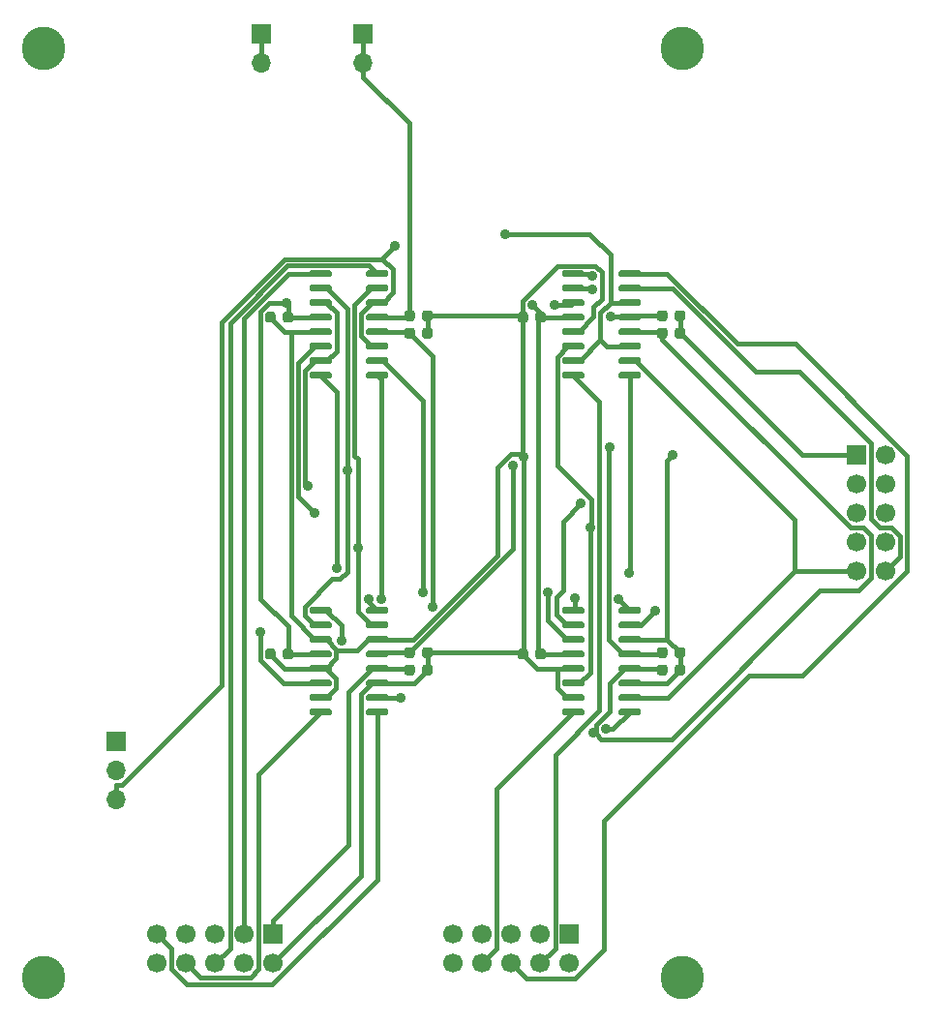
<source format=gtl>
%TF.GenerationSoftware,KiCad,Pcbnew,5.1.7-a382d34a8~87~ubuntu18.04.1*%
%TF.CreationDate,2021-05-06T09:45:45-07:00*%
%TF.ProjectId,multiplexer,6d756c74-6970-46c6-9578-65722e6b6963,rev?*%
%TF.SameCoordinates,Original*%
%TF.FileFunction,Copper,L1,Top*%
%TF.FilePolarity,Positive*%
%FSLAX46Y46*%
G04 Gerber Fmt 4.6, Leading zero omitted, Abs format (unit mm)*
G04 Created by KiCad (PCBNEW 5.1.7-a382d34a8~87~ubuntu18.04.1) date 2021-05-06 09:45:45*
%MOMM*%
%LPD*%
G01*
G04 APERTURE LIST*
%TA.AperFunction,ComponentPad*%
%ADD10C,3.810000*%
%TD*%
%TA.AperFunction,ComponentPad*%
%ADD11R,1.700000X1.700000*%
%TD*%
%TA.AperFunction,ComponentPad*%
%ADD12O,1.700000X1.700000*%
%TD*%
%TA.AperFunction,ComponentPad*%
%ADD13C,1.700000*%
%TD*%
%TA.AperFunction,ViaPad*%
%ADD14C,0.889000*%
%TD*%
%TA.AperFunction,Conductor*%
%ADD15C,0.381000*%
%TD*%
G04 APERTURE END LIST*
D10*
%TO.P,M1,*%
%TO.N,*%
X80010000Y-80010000D03*
%TD*%
%TO.P,M2,*%
%TO.N,*%
X135890000Y-80010000D03*
%TD*%
%TO.P,M3,*%
%TO.N,*%
X135890000Y-161290000D03*
%TD*%
%TO.P,4-40,*%
%TO.N,*%
X80010000Y-161290000D03*
%TD*%
%TO.P,C1,2*%
%TO.N,/-15V*%
%TA.AperFunction,SMDPad,CuDef*%
G36*
G01*
X100909000Y-103755000D02*
X100909000Y-103255000D01*
G75*
G02*
X101134000Y-103030000I225000J0D01*
G01*
X101584000Y-103030000D01*
G75*
G02*
X101809000Y-103255000I0J-225000D01*
G01*
X101809000Y-103755000D01*
G75*
G02*
X101584000Y-103980000I-225000J0D01*
G01*
X101134000Y-103980000D01*
G75*
G02*
X100909000Y-103755000I0J225000D01*
G01*
G37*
%TD.AperFunction*%
%TO.P,C1,1*%
%TO.N,/GND*%
%TA.AperFunction,SMDPad,CuDef*%
G36*
G01*
X99359000Y-103755000D02*
X99359000Y-103255000D01*
G75*
G02*
X99584000Y-103030000I225000J0D01*
G01*
X100034000Y-103030000D01*
G75*
G02*
X100259000Y-103255000I0J-225000D01*
G01*
X100259000Y-103755000D01*
G75*
G02*
X100034000Y-103980000I-225000J0D01*
G01*
X99584000Y-103980000D01*
G75*
G02*
X99359000Y-103755000I0J225000D01*
G01*
G37*
%TD.AperFunction*%
%TD*%
%TO.P,C2,2*%
%TO.N,/-15V*%
%TA.AperFunction,SMDPad,CuDef*%
G36*
G01*
X100909000Y-133219000D02*
X100909000Y-132719000D01*
G75*
G02*
X101134000Y-132494000I225000J0D01*
G01*
X101584000Y-132494000D01*
G75*
G02*
X101809000Y-132719000I0J-225000D01*
G01*
X101809000Y-133219000D01*
G75*
G02*
X101584000Y-133444000I-225000J0D01*
G01*
X101134000Y-133444000D01*
G75*
G02*
X100909000Y-133219000I0J225000D01*
G01*
G37*
%TD.AperFunction*%
%TO.P,C2,1*%
%TO.N,/GND*%
%TA.AperFunction,SMDPad,CuDef*%
G36*
G01*
X99359000Y-133219000D02*
X99359000Y-132719000D01*
G75*
G02*
X99584000Y-132494000I225000J0D01*
G01*
X100034000Y-132494000D01*
G75*
G02*
X100259000Y-132719000I0J-225000D01*
G01*
X100259000Y-133219000D01*
G75*
G02*
X100034000Y-133444000I-225000J0D01*
G01*
X99584000Y-133444000D01*
G75*
G02*
X99359000Y-133219000I0J225000D01*
G01*
G37*
%TD.AperFunction*%
%TD*%
%TO.P,C3,1*%
%TO.N,/+15V*%
%TA.AperFunction,SMDPad,CuDef*%
G36*
G01*
X111551000Y-103628000D02*
X111551000Y-103128000D01*
G75*
G02*
X111776000Y-102903000I225000J0D01*
G01*
X112226000Y-102903000D01*
G75*
G02*
X112451000Y-103128000I0J-225000D01*
G01*
X112451000Y-103628000D01*
G75*
G02*
X112226000Y-103853000I-225000J0D01*
G01*
X111776000Y-103853000D01*
G75*
G02*
X111551000Y-103628000I0J225000D01*
G01*
G37*
%TD.AperFunction*%
%TO.P,C3,2*%
%TO.N,/GND*%
%TA.AperFunction,SMDPad,CuDef*%
G36*
G01*
X113101000Y-103628000D02*
X113101000Y-103128000D01*
G75*
G02*
X113326000Y-102903000I225000J0D01*
G01*
X113776000Y-102903000D01*
G75*
G02*
X114001000Y-103128000I0J-225000D01*
G01*
X114001000Y-103628000D01*
G75*
G02*
X113776000Y-103853000I-225000J0D01*
G01*
X113326000Y-103853000D01*
G75*
G02*
X113101000Y-103628000I0J225000D01*
G01*
G37*
%TD.AperFunction*%
%TD*%
%TO.P,C4,1*%
%TO.N,/+15V*%
%TA.AperFunction,SMDPad,CuDef*%
G36*
G01*
X111551000Y-133092000D02*
X111551000Y-132592000D01*
G75*
G02*
X111776000Y-132367000I225000J0D01*
G01*
X112226000Y-132367000D01*
G75*
G02*
X112451000Y-132592000I0J-225000D01*
G01*
X112451000Y-133092000D01*
G75*
G02*
X112226000Y-133317000I-225000J0D01*
G01*
X111776000Y-133317000D01*
G75*
G02*
X111551000Y-133092000I0J225000D01*
G01*
G37*
%TD.AperFunction*%
%TO.P,C4,2*%
%TO.N,/GND*%
%TA.AperFunction,SMDPad,CuDef*%
G36*
G01*
X113101000Y-133092000D02*
X113101000Y-132592000D01*
G75*
G02*
X113326000Y-132367000I225000J0D01*
G01*
X113776000Y-132367000D01*
G75*
G02*
X114001000Y-132592000I0J-225000D01*
G01*
X114001000Y-133092000D01*
G75*
G02*
X113776000Y-133317000I-225000J0D01*
G01*
X113326000Y-133317000D01*
G75*
G02*
X113101000Y-133092000I0J225000D01*
G01*
G37*
%TD.AperFunction*%
%TD*%
%TO.P,C5,2*%
%TO.N,/-15V*%
%TA.AperFunction,SMDPad,CuDef*%
G36*
G01*
X123007000Y-103755000D02*
X123007000Y-103255000D01*
G75*
G02*
X123232000Y-103030000I225000J0D01*
G01*
X123682000Y-103030000D01*
G75*
G02*
X123907000Y-103255000I0J-225000D01*
G01*
X123907000Y-103755000D01*
G75*
G02*
X123682000Y-103980000I-225000J0D01*
G01*
X123232000Y-103980000D01*
G75*
G02*
X123007000Y-103755000I0J225000D01*
G01*
G37*
%TD.AperFunction*%
%TO.P,C5,1*%
%TO.N,/GND*%
%TA.AperFunction,SMDPad,CuDef*%
G36*
G01*
X121457000Y-103755000D02*
X121457000Y-103255000D01*
G75*
G02*
X121682000Y-103030000I225000J0D01*
G01*
X122132000Y-103030000D01*
G75*
G02*
X122357000Y-103255000I0J-225000D01*
G01*
X122357000Y-103755000D01*
G75*
G02*
X122132000Y-103980000I-225000J0D01*
G01*
X121682000Y-103980000D01*
G75*
G02*
X121457000Y-103755000I0J225000D01*
G01*
G37*
%TD.AperFunction*%
%TD*%
%TO.P,C6,1*%
%TO.N,/GND*%
%TA.AperFunction,SMDPad,CuDef*%
G36*
G01*
X121457000Y-133219000D02*
X121457000Y-132719000D01*
G75*
G02*
X121682000Y-132494000I225000J0D01*
G01*
X122132000Y-132494000D01*
G75*
G02*
X122357000Y-132719000I0J-225000D01*
G01*
X122357000Y-133219000D01*
G75*
G02*
X122132000Y-133444000I-225000J0D01*
G01*
X121682000Y-133444000D01*
G75*
G02*
X121457000Y-133219000I0J225000D01*
G01*
G37*
%TD.AperFunction*%
%TO.P,C6,2*%
%TO.N,/-15V*%
%TA.AperFunction,SMDPad,CuDef*%
G36*
G01*
X123007000Y-133219000D02*
X123007000Y-132719000D01*
G75*
G02*
X123232000Y-132494000I225000J0D01*
G01*
X123682000Y-132494000D01*
G75*
G02*
X123907000Y-132719000I0J-225000D01*
G01*
X123907000Y-133219000D01*
G75*
G02*
X123682000Y-133444000I-225000J0D01*
G01*
X123232000Y-133444000D01*
G75*
G02*
X123007000Y-133219000I0J225000D01*
G01*
G37*
%TD.AperFunction*%
%TD*%
%TO.P,C7,1*%
%TO.N,/+15V*%
%TA.AperFunction,SMDPad,CuDef*%
G36*
G01*
X133649000Y-103628000D02*
X133649000Y-103128000D01*
G75*
G02*
X133874000Y-102903000I225000J0D01*
G01*
X134324000Y-102903000D01*
G75*
G02*
X134549000Y-103128000I0J-225000D01*
G01*
X134549000Y-103628000D01*
G75*
G02*
X134324000Y-103853000I-225000J0D01*
G01*
X133874000Y-103853000D01*
G75*
G02*
X133649000Y-103628000I0J225000D01*
G01*
G37*
%TD.AperFunction*%
%TO.P,C7,2*%
%TO.N,/GND*%
%TA.AperFunction,SMDPad,CuDef*%
G36*
G01*
X135199000Y-103628000D02*
X135199000Y-103128000D01*
G75*
G02*
X135424000Y-102903000I225000J0D01*
G01*
X135874000Y-102903000D01*
G75*
G02*
X136099000Y-103128000I0J-225000D01*
G01*
X136099000Y-103628000D01*
G75*
G02*
X135874000Y-103853000I-225000J0D01*
G01*
X135424000Y-103853000D01*
G75*
G02*
X135199000Y-103628000I0J225000D01*
G01*
G37*
%TD.AperFunction*%
%TD*%
%TO.P,C8,2*%
%TO.N,/GND*%
%TA.AperFunction,SMDPad,CuDef*%
G36*
G01*
X135199000Y-133092000D02*
X135199000Y-132592000D01*
G75*
G02*
X135424000Y-132367000I225000J0D01*
G01*
X135874000Y-132367000D01*
G75*
G02*
X136099000Y-132592000I0J-225000D01*
G01*
X136099000Y-133092000D01*
G75*
G02*
X135874000Y-133317000I-225000J0D01*
G01*
X135424000Y-133317000D01*
G75*
G02*
X135199000Y-133092000I0J225000D01*
G01*
G37*
%TD.AperFunction*%
%TO.P,C8,1*%
%TO.N,/+15V*%
%TA.AperFunction,SMDPad,CuDef*%
G36*
G01*
X133649000Y-133092000D02*
X133649000Y-132592000D01*
G75*
G02*
X133874000Y-132367000I225000J0D01*
G01*
X134324000Y-132367000D01*
G75*
G02*
X134549000Y-132592000I0J-225000D01*
G01*
X134549000Y-133092000D01*
G75*
G02*
X134324000Y-133317000I-225000J0D01*
G01*
X133874000Y-133317000D01*
G75*
G02*
X133649000Y-133092000I0J225000D01*
G01*
G37*
%TD.AperFunction*%
%TD*%
%TO.P,C9,1*%
%TO.N,/3V3*%
%TA.AperFunction,SMDPad,CuDef*%
G36*
G01*
X111551000Y-105152000D02*
X111551000Y-104652000D01*
G75*
G02*
X111776000Y-104427000I225000J0D01*
G01*
X112226000Y-104427000D01*
G75*
G02*
X112451000Y-104652000I0J-225000D01*
G01*
X112451000Y-105152000D01*
G75*
G02*
X112226000Y-105377000I-225000J0D01*
G01*
X111776000Y-105377000D01*
G75*
G02*
X111551000Y-105152000I0J225000D01*
G01*
G37*
%TD.AperFunction*%
%TO.P,C9,2*%
%TO.N,/GND*%
%TA.AperFunction,SMDPad,CuDef*%
G36*
G01*
X113101000Y-105152000D02*
X113101000Y-104652000D01*
G75*
G02*
X113326000Y-104427000I225000J0D01*
G01*
X113776000Y-104427000D01*
G75*
G02*
X114001000Y-104652000I0J-225000D01*
G01*
X114001000Y-105152000D01*
G75*
G02*
X113776000Y-105377000I-225000J0D01*
G01*
X113326000Y-105377000D01*
G75*
G02*
X113101000Y-105152000I0J225000D01*
G01*
G37*
%TD.AperFunction*%
%TD*%
%TO.P,C10,2*%
%TO.N,/GND*%
%TA.AperFunction,SMDPad,CuDef*%
G36*
G01*
X113101000Y-134616000D02*
X113101000Y-134116000D01*
G75*
G02*
X113326000Y-133891000I225000J0D01*
G01*
X113776000Y-133891000D01*
G75*
G02*
X114001000Y-134116000I0J-225000D01*
G01*
X114001000Y-134616000D01*
G75*
G02*
X113776000Y-134841000I-225000J0D01*
G01*
X113326000Y-134841000D01*
G75*
G02*
X113101000Y-134616000I0J225000D01*
G01*
G37*
%TD.AperFunction*%
%TO.P,C10,1*%
%TO.N,/3V3*%
%TA.AperFunction,SMDPad,CuDef*%
G36*
G01*
X111551000Y-134616000D02*
X111551000Y-134116000D01*
G75*
G02*
X111776000Y-133891000I225000J0D01*
G01*
X112226000Y-133891000D01*
G75*
G02*
X112451000Y-134116000I0J-225000D01*
G01*
X112451000Y-134616000D01*
G75*
G02*
X112226000Y-134841000I-225000J0D01*
G01*
X111776000Y-134841000D01*
G75*
G02*
X111551000Y-134616000I0J225000D01*
G01*
G37*
%TD.AperFunction*%
%TD*%
%TO.P,C11,1*%
%TO.N,/3V3*%
%TA.AperFunction,SMDPad,CuDef*%
G36*
G01*
X133649000Y-105152000D02*
X133649000Y-104652000D01*
G75*
G02*
X133874000Y-104427000I225000J0D01*
G01*
X134324000Y-104427000D01*
G75*
G02*
X134549000Y-104652000I0J-225000D01*
G01*
X134549000Y-105152000D01*
G75*
G02*
X134324000Y-105377000I-225000J0D01*
G01*
X133874000Y-105377000D01*
G75*
G02*
X133649000Y-105152000I0J225000D01*
G01*
G37*
%TD.AperFunction*%
%TO.P,C11,2*%
%TO.N,/GND*%
%TA.AperFunction,SMDPad,CuDef*%
G36*
G01*
X135199000Y-105152000D02*
X135199000Y-104652000D01*
G75*
G02*
X135424000Y-104427000I225000J0D01*
G01*
X135874000Y-104427000D01*
G75*
G02*
X136099000Y-104652000I0J-225000D01*
G01*
X136099000Y-105152000D01*
G75*
G02*
X135874000Y-105377000I-225000J0D01*
G01*
X135424000Y-105377000D01*
G75*
G02*
X135199000Y-105152000I0J225000D01*
G01*
G37*
%TD.AperFunction*%
%TD*%
%TO.P,C12,2*%
%TO.N,/GND*%
%TA.AperFunction,SMDPad,CuDef*%
G36*
G01*
X135199000Y-134616000D02*
X135199000Y-134116000D01*
G75*
G02*
X135424000Y-133891000I225000J0D01*
G01*
X135874000Y-133891000D01*
G75*
G02*
X136099000Y-134116000I0J-225000D01*
G01*
X136099000Y-134616000D01*
G75*
G02*
X135874000Y-134841000I-225000J0D01*
G01*
X135424000Y-134841000D01*
G75*
G02*
X135199000Y-134616000I0J225000D01*
G01*
G37*
%TD.AperFunction*%
%TO.P,C12,1*%
%TO.N,/3V3*%
%TA.AperFunction,SMDPad,CuDef*%
G36*
G01*
X133649000Y-134616000D02*
X133649000Y-134116000D01*
G75*
G02*
X133874000Y-133891000I225000J0D01*
G01*
X134324000Y-133891000D01*
G75*
G02*
X134549000Y-134116000I0J-225000D01*
G01*
X134549000Y-134616000D01*
G75*
G02*
X134324000Y-134841000I-225000J0D01*
G01*
X133874000Y-134841000D01*
G75*
G02*
X133649000Y-134616000I0J225000D01*
G01*
G37*
%TD.AperFunction*%
%TD*%
D11*
%TO.P,K1,1*%
%TO.N,/CTR*%
X86309200Y-140589000D03*
D12*
%TO.P,K1,2*%
%TO.N,/REF*%
X86309200Y-143129000D03*
%TO.P,K1,3*%
%TO.N,/WRK*%
X86309200Y-145669000D03*
%TD*%
D13*
%TO.P,P1,10*%
%TO.N,/D31*%
X89916000Y-160020000D03*
%TO.P,P1,9*%
%TO.N,/D30*%
X89916000Y-157480000D03*
%TO.P,P1,8*%
%TO.N,/D29*%
X92456000Y-160020000D03*
%TO.P,P1,7*%
%TO.N,/D28*%
X92456000Y-157480000D03*
%TO.P,P1,6*%
%TO.N,/D27*%
X94996000Y-160020000D03*
%TO.P,P1,5*%
%TO.N,/D26*%
X94996000Y-157480000D03*
%TO.P,P1,4*%
%TO.N,/D25*%
X97536000Y-160020000D03*
%TO.P,P1,3*%
%TO.N,/D24*%
X97536000Y-157480000D03*
%TO.P,P1,2*%
%TO.N,/GND*%
X100076000Y-160020000D03*
D11*
%TO.P,P1,1*%
%TO.N,/3V3*%
X100076000Y-157480000D03*
%TD*%
%TO.P,P2,1*%
%TO.N,Net-(P2-Pad1)*%
X125984000Y-157480000D03*
D13*
%TO.P,P2,2*%
%TO.N,Net-(P2-Pad2)*%
X125984000Y-160020000D03*
%TO.P,P2,3*%
%TO.N,/D3*%
X123444000Y-157480000D03*
%TO.P,P2,4*%
%TO.N,/D4*%
X123444000Y-160020000D03*
%TO.P,P2,5*%
%TO.N,/D19*%
X120904000Y-157480000D03*
%TO.P,P2,6*%
%TO.N,/D18*%
X120904000Y-160020000D03*
%TO.P,P2,7*%
%TO.N,/D12*%
X118364000Y-157480000D03*
%TO.P,P2,8*%
%TO.N,/D11*%
X118364000Y-160020000D03*
%TO.P,P2,9*%
%TO.N,/D13*%
X115824000Y-157480000D03*
%TO.P,P2,10*%
%TO.N,/D10*%
X115824000Y-160020000D03*
%TD*%
D11*
%TO.P,P3,1*%
%TO.N,/+15V*%
X107950000Y-78740000D03*
D12*
%TO.P,P3,2*%
X107950000Y-81280000D03*
%TD*%
%TO.P,P4,2*%
%TO.N,/-15V*%
X99060000Y-81280000D03*
D11*
%TO.P,P4,1*%
X99060000Y-78740000D03*
%TD*%
%TO.P,P5,1*%
%TO.N,/GND*%
X151130000Y-115570000D03*
D13*
%TO.P,P5,2*%
%TO.N,/CTR_SW*%
X153670000Y-115570000D03*
%TO.P,P5,3*%
%TO.N,/REF_SW*%
X151130000Y-118110000D03*
%TO.P,P5,4*%
%TO.N,/WRK_1*%
X153670000Y-118110000D03*
%TO.P,P5,5*%
%TO.N,/WRK_2*%
X151130000Y-120650000D03*
%TO.P,P5,6*%
%TO.N,/WRK_3*%
X153670000Y-120650000D03*
%TO.P,P5,7*%
%TO.N,/WRK_4*%
X151130000Y-123190000D03*
%TO.P,P5,8*%
%TO.N,/WRK_5*%
X153670000Y-123190000D03*
%TO.P,P5,9*%
%TO.N,/WRK_6*%
X151130000Y-125730000D03*
%TO.P,P5,10*%
%TO.N,/WRK_7*%
X153670000Y-125730000D03*
%TD*%
%TO.P,U1,16*%
%TO.N,/D27*%
%TA.AperFunction,SMDPad,CuDef*%
G36*
G01*
X108180000Y-99845000D02*
X108180000Y-99545000D01*
G75*
G02*
X108330000Y-99395000I150000J0D01*
G01*
X109980000Y-99395000D01*
G75*
G02*
X110130000Y-99545000I0J-150000D01*
G01*
X110130000Y-99845000D01*
G75*
G02*
X109980000Y-99995000I-150000J0D01*
G01*
X108330000Y-99995000D01*
G75*
G02*
X108180000Y-99845000I0J150000D01*
G01*
G37*
%TD.AperFunction*%
%TO.P,U1,15*%
%TO.N,/WRK_4*%
%TA.AperFunction,SMDPad,CuDef*%
G36*
G01*
X108180000Y-101115000D02*
X108180000Y-100815000D01*
G75*
G02*
X108330000Y-100665000I150000J0D01*
G01*
X109980000Y-100665000D01*
G75*
G02*
X110130000Y-100815000I0J-150000D01*
G01*
X110130000Y-101115000D01*
G75*
G02*
X109980000Y-101265000I-150000J0D01*
G01*
X108330000Y-101265000D01*
G75*
G02*
X108180000Y-101115000I0J150000D01*
G01*
G37*
%TD.AperFunction*%
%TO.P,U1,14*%
%TO.N,/WRK*%
%TA.AperFunction,SMDPad,CuDef*%
G36*
G01*
X108180000Y-102385000D02*
X108180000Y-102085000D01*
G75*
G02*
X108330000Y-101935000I150000J0D01*
G01*
X109980000Y-101935000D01*
G75*
G02*
X110130000Y-102085000I0J-150000D01*
G01*
X110130000Y-102385000D01*
G75*
G02*
X109980000Y-102535000I-150000J0D01*
G01*
X108330000Y-102535000D01*
G75*
G02*
X108180000Y-102385000I0J150000D01*
G01*
G37*
%TD.AperFunction*%
%TO.P,U1,13*%
%TO.N,/+15V*%
%TA.AperFunction,SMDPad,CuDef*%
G36*
G01*
X108180000Y-103655000D02*
X108180000Y-103355000D01*
G75*
G02*
X108330000Y-103205000I150000J0D01*
G01*
X109980000Y-103205000D01*
G75*
G02*
X110130000Y-103355000I0J-150000D01*
G01*
X110130000Y-103655000D01*
G75*
G02*
X109980000Y-103805000I-150000J0D01*
G01*
X108330000Y-103805000D01*
G75*
G02*
X108180000Y-103655000I0J150000D01*
G01*
G37*
%TD.AperFunction*%
%TO.P,U1,12*%
%TO.N,/3V3*%
%TA.AperFunction,SMDPad,CuDef*%
G36*
G01*
X108180000Y-104925000D02*
X108180000Y-104625000D01*
G75*
G02*
X108330000Y-104475000I150000J0D01*
G01*
X109980000Y-104475000D01*
G75*
G02*
X110130000Y-104625000I0J-150000D01*
G01*
X110130000Y-104925000D01*
G75*
G02*
X109980000Y-105075000I-150000J0D01*
G01*
X108330000Y-105075000D01*
G75*
G02*
X108180000Y-104925000I0J150000D01*
G01*
G37*
%TD.AperFunction*%
%TO.P,U1,11*%
%TO.N,/WRK*%
%TA.AperFunction,SMDPad,CuDef*%
G36*
G01*
X108180000Y-106195000D02*
X108180000Y-105895000D01*
G75*
G02*
X108330000Y-105745000I150000J0D01*
G01*
X109980000Y-105745000D01*
G75*
G02*
X110130000Y-105895000I0J-150000D01*
G01*
X110130000Y-106195000D01*
G75*
G02*
X109980000Y-106345000I-150000J0D01*
G01*
X108330000Y-106345000D01*
G75*
G02*
X108180000Y-106195000I0J150000D01*
G01*
G37*
%TD.AperFunction*%
%TO.P,U1,10*%
%TO.N,/WRK_3*%
%TA.AperFunction,SMDPad,CuDef*%
G36*
G01*
X108180000Y-107465000D02*
X108180000Y-107165000D01*
G75*
G02*
X108330000Y-107015000I150000J0D01*
G01*
X109980000Y-107015000D01*
G75*
G02*
X110130000Y-107165000I0J-150000D01*
G01*
X110130000Y-107465000D01*
G75*
G02*
X109980000Y-107615000I-150000J0D01*
G01*
X108330000Y-107615000D01*
G75*
G02*
X108180000Y-107465000I0J150000D01*
G01*
G37*
%TD.AperFunction*%
%TO.P,U1,9*%
%TO.N,/D26*%
%TA.AperFunction,SMDPad,CuDef*%
G36*
G01*
X108180000Y-108735000D02*
X108180000Y-108435000D01*
G75*
G02*
X108330000Y-108285000I150000J0D01*
G01*
X109980000Y-108285000D01*
G75*
G02*
X110130000Y-108435000I0J-150000D01*
G01*
X110130000Y-108735000D01*
G75*
G02*
X109980000Y-108885000I-150000J0D01*
G01*
X108330000Y-108885000D01*
G75*
G02*
X108180000Y-108735000I0J150000D01*
G01*
G37*
%TD.AperFunction*%
%TO.P,U1,8*%
%TO.N,/D25*%
%TA.AperFunction,SMDPad,CuDef*%
G36*
G01*
X103230000Y-108735000D02*
X103230000Y-108435000D01*
G75*
G02*
X103380000Y-108285000I150000J0D01*
G01*
X105030000Y-108285000D01*
G75*
G02*
X105180000Y-108435000I0J-150000D01*
G01*
X105180000Y-108735000D01*
G75*
G02*
X105030000Y-108885000I-150000J0D01*
G01*
X103380000Y-108885000D01*
G75*
G02*
X103230000Y-108735000I0J150000D01*
G01*
G37*
%TD.AperFunction*%
%TO.P,U1,7*%
%TO.N,/WRK*%
%TA.AperFunction,SMDPad,CuDef*%
G36*
G01*
X103230000Y-107465000D02*
X103230000Y-107165000D01*
G75*
G02*
X103380000Y-107015000I150000J0D01*
G01*
X105030000Y-107015000D01*
G75*
G02*
X105180000Y-107165000I0J-150000D01*
G01*
X105180000Y-107465000D01*
G75*
G02*
X105030000Y-107615000I-150000J0D01*
G01*
X103380000Y-107615000D01*
G75*
G02*
X103230000Y-107465000I0J150000D01*
G01*
G37*
%TD.AperFunction*%
%TO.P,U1,6*%
%TO.N,/WRK_2*%
%TA.AperFunction,SMDPad,CuDef*%
G36*
G01*
X103230000Y-106195000D02*
X103230000Y-105895000D01*
G75*
G02*
X103380000Y-105745000I150000J0D01*
G01*
X105030000Y-105745000D01*
G75*
G02*
X105180000Y-105895000I0J-150000D01*
G01*
X105180000Y-106195000D01*
G75*
G02*
X105030000Y-106345000I-150000J0D01*
G01*
X103380000Y-106345000D01*
G75*
G02*
X103230000Y-106195000I0J150000D01*
G01*
G37*
%TD.AperFunction*%
%TO.P,U1,5*%
%TO.N,/GND*%
%TA.AperFunction,SMDPad,CuDef*%
G36*
G01*
X103230000Y-104925000D02*
X103230000Y-104625000D01*
G75*
G02*
X103380000Y-104475000I150000J0D01*
G01*
X105030000Y-104475000D01*
G75*
G02*
X105180000Y-104625000I0J-150000D01*
G01*
X105180000Y-104925000D01*
G75*
G02*
X105030000Y-105075000I-150000J0D01*
G01*
X103380000Y-105075000D01*
G75*
G02*
X103230000Y-104925000I0J150000D01*
G01*
G37*
%TD.AperFunction*%
%TO.P,U1,4*%
%TO.N,/-15V*%
%TA.AperFunction,SMDPad,CuDef*%
G36*
G01*
X103230000Y-103655000D02*
X103230000Y-103355000D01*
G75*
G02*
X103380000Y-103205000I150000J0D01*
G01*
X105030000Y-103205000D01*
G75*
G02*
X105180000Y-103355000I0J-150000D01*
G01*
X105180000Y-103655000D01*
G75*
G02*
X105030000Y-103805000I-150000J0D01*
G01*
X103380000Y-103805000D01*
G75*
G02*
X103230000Y-103655000I0J150000D01*
G01*
G37*
%TD.AperFunction*%
%TO.P,U1,3*%
%TO.N,/WRK*%
%TA.AperFunction,SMDPad,CuDef*%
G36*
G01*
X103230000Y-102385000D02*
X103230000Y-102085000D01*
G75*
G02*
X103380000Y-101935000I150000J0D01*
G01*
X105030000Y-101935000D01*
G75*
G02*
X105180000Y-102085000I0J-150000D01*
G01*
X105180000Y-102385000D01*
G75*
G02*
X105030000Y-102535000I-150000J0D01*
G01*
X103380000Y-102535000D01*
G75*
G02*
X103230000Y-102385000I0J150000D01*
G01*
G37*
%TD.AperFunction*%
%TO.P,U1,2*%
%TO.N,/WRK_1*%
%TA.AperFunction,SMDPad,CuDef*%
G36*
G01*
X103230000Y-101115000D02*
X103230000Y-100815000D01*
G75*
G02*
X103380000Y-100665000I150000J0D01*
G01*
X105030000Y-100665000D01*
G75*
G02*
X105180000Y-100815000I0J-150000D01*
G01*
X105180000Y-101115000D01*
G75*
G02*
X105030000Y-101265000I-150000J0D01*
G01*
X103380000Y-101265000D01*
G75*
G02*
X103230000Y-101115000I0J150000D01*
G01*
G37*
%TD.AperFunction*%
%TO.P,U1,1*%
%TO.N,/D24*%
%TA.AperFunction,SMDPad,CuDef*%
G36*
G01*
X103230000Y-99845000D02*
X103230000Y-99545000D01*
G75*
G02*
X103380000Y-99395000I150000J0D01*
G01*
X105030000Y-99395000D01*
G75*
G02*
X105180000Y-99545000I0J-150000D01*
G01*
X105180000Y-99845000D01*
G75*
G02*
X105030000Y-99995000I-150000J0D01*
G01*
X103380000Y-99995000D01*
G75*
G02*
X103230000Y-99845000I0J150000D01*
G01*
G37*
%TD.AperFunction*%
%TD*%
%TO.P,U2,16*%
%TO.N,/D31*%
%TA.AperFunction,SMDPad,CuDef*%
G36*
G01*
X108180000Y-129309000D02*
X108180000Y-129009000D01*
G75*
G02*
X108330000Y-128859000I150000J0D01*
G01*
X109980000Y-128859000D01*
G75*
G02*
X110130000Y-129009000I0J-150000D01*
G01*
X110130000Y-129309000D01*
G75*
G02*
X109980000Y-129459000I-150000J0D01*
G01*
X108330000Y-129459000D01*
G75*
G02*
X108180000Y-129309000I0J150000D01*
G01*
G37*
%TD.AperFunction*%
%TO.P,U2,15*%
%TO.N,/WRK_4*%
%TA.AperFunction,SMDPad,CuDef*%
G36*
G01*
X108180000Y-130579000D02*
X108180000Y-130279000D01*
G75*
G02*
X108330000Y-130129000I150000J0D01*
G01*
X109980000Y-130129000D01*
G75*
G02*
X110130000Y-130279000I0J-150000D01*
G01*
X110130000Y-130579000D01*
G75*
G02*
X109980000Y-130729000I-150000J0D01*
G01*
X108330000Y-130729000D01*
G75*
G02*
X108180000Y-130579000I0J150000D01*
G01*
G37*
%TD.AperFunction*%
%TO.P,U2,14*%
%TO.N,/GND*%
%TA.AperFunction,SMDPad,CuDef*%
G36*
G01*
X108180000Y-131849000D02*
X108180000Y-131549000D01*
G75*
G02*
X108330000Y-131399000I150000J0D01*
G01*
X109980000Y-131399000D01*
G75*
G02*
X110130000Y-131549000I0J-150000D01*
G01*
X110130000Y-131849000D01*
G75*
G02*
X109980000Y-131999000I-150000J0D01*
G01*
X108330000Y-131999000D01*
G75*
G02*
X108180000Y-131849000I0J150000D01*
G01*
G37*
%TD.AperFunction*%
%TO.P,U2,13*%
%TO.N,/+15V*%
%TA.AperFunction,SMDPad,CuDef*%
G36*
G01*
X108180000Y-133119000D02*
X108180000Y-132819000D01*
G75*
G02*
X108330000Y-132669000I150000J0D01*
G01*
X109980000Y-132669000D01*
G75*
G02*
X110130000Y-132819000I0J-150000D01*
G01*
X110130000Y-133119000D01*
G75*
G02*
X109980000Y-133269000I-150000J0D01*
G01*
X108330000Y-133269000D01*
G75*
G02*
X108180000Y-133119000I0J150000D01*
G01*
G37*
%TD.AperFunction*%
%TO.P,U2,12*%
%TO.N,/3V3*%
%TA.AperFunction,SMDPad,CuDef*%
G36*
G01*
X108180000Y-134389000D02*
X108180000Y-134089000D01*
G75*
G02*
X108330000Y-133939000I150000J0D01*
G01*
X109980000Y-133939000D01*
G75*
G02*
X110130000Y-134089000I0J-150000D01*
G01*
X110130000Y-134389000D01*
G75*
G02*
X109980000Y-134539000I-150000J0D01*
G01*
X108330000Y-134539000D01*
G75*
G02*
X108180000Y-134389000I0J150000D01*
G01*
G37*
%TD.AperFunction*%
%TO.P,U2,11*%
%TO.N,/GND*%
%TA.AperFunction,SMDPad,CuDef*%
G36*
G01*
X108180000Y-135659000D02*
X108180000Y-135359000D01*
G75*
G02*
X108330000Y-135209000I150000J0D01*
G01*
X109980000Y-135209000D01*
G75*
G02*
X110130000Y-135359000I0J-150000D01*
G01*
X110130000Y-135659000D01*
G75*
G02*
X109980000Y-135809000I-150000J0D01*
G01*
X108330000Y-135809000D01*
G75*
G02*
X108180000Y-135659000I0J150000D01*
G01*
G37*
%TD.AperFunction*%
%TO.P,U2,10*%
%TO.N,/WRK_3*%
%TA.AperFunction,SMDPad,CuDef*%
G36*
G01*
X108180000Y-136929000D02*
X108180000Y-136629000D01*
G75*
G02*
X108330000Y-136479000I150000J0D01*
G01*
X109980000Y-136479000D01*
G75*
G02*
X110130000Y-136629000I0J-150000D01*
G01*
X110130000Y-136929000D01*
G75*
G02*
X109980000Y-137079000I-150000J0D01*
G01*
X108330000Y-137079000D01*
G75*
G02*
X108180000Y-136929000I0J150000D01*
G01*
G37*
%TD.AperFunction*%
%TO.P,U2,9*%
%TO.N,/D30*%
%TA.AperFunction,SMDPad,CuDef*%
G36*
G01*
X108180000Y-138199000D02*
X108180000Y-137899000D01*
G75*
G02*
X108330000Y-137749000I150000J0D01*
G01*
X109980000Y-137749000D01*
G75*
G02*
X110130000Y-137899000I0J-150000D01*
G01*
X110130000Y-138199000D01*
G75*
G02*
X109980000Y-138349000I-150000J0D01*
G01*
X108330000Y-138349000D01*
G75*
G02*
X108180000Y-138199000I0J150000D01*
G01*
G37*
%TD.AperFunction*%
%TO.P,U2,8*%
%TO.N,/D29*%
%TA.AperFunction,SMDPad,CuDef*%
G36*
G01*
X103230000Y-138199000D02*
X103230000Y-137899000D01*
G75*
G02*
X103380000Y-137749000I150000J0D01*
G01*
X105030000Y-137749000D01*
G75*
G02*
X105180000Y-137899000I0J-150000D01*
G01*
X105180000Y-138199000D01*
G75*
G02*
X105030000Y-138349000I-150000J0D01*
G01*
X103380000Y-138349000D01*
G75*
G02*
X103230000Y-138199000I0J150000D01*
G01*
G37*
%TD.AperFunction*%
%TO.P,U2,7*%
%TO.N,/GND*%
%TA.AperFunction,SMDPad,CuDef*%
G36*
G01*
X103230000Y-136929000D02*
X103230000Y-136629000D01*
G75*
G02*
X103380000Y-136479000I150000J0D01*
G01*
X105030000Y-136479000D01*
G75*
G02*
X105180000Y-136629000I0J-150000D01*
G01*
X105180000Y-136929000D01*
G75*
G02*
X105030000Y-137079000I-150000J0D01*
G01*
X103380000Y-137079000D01*
G75*
G02*
X103230000Y-136929000I0J150000D01*
G01*
G37*
%TD.AperFunction*%
%TO.P,U2,6*%
%TO.N,/WRK_2*%
%TA.AperFunction,SMDPad,CuDef*%
G36*
G01*
X103230000Y-135659000D02*
X103230000Y-135359000D01*
G75*
G02*
X103380000Y-135209000I150000J0D01*
G01*
X105030000Y-135209000D01*
G75*
G02*
X105180000Y-135359000I0J-150000D01*
G01*
X105180000Y-135659000D01*
G75*
G02*
X105030000Y-135809000I-150000J0D01*
G01*
X103380000Y-135809000D01*
G75*
G02*
X103230000Y-135659000I0J150000D01*
G01*
G37*
%TD.AperFunction*%
%TO.P,U2,5*%
%TO.N,/GND*%
%TA.AperFunction,SMDPad,CuDef*%
G36*
G01*
X103230000Y-134389000D02*
X103230000Y-134089000D01*
G75*
G02*
X103380000Y-133939000I150000J0D01*
G01*
X105030000Y-133939000D01*
G75*
G02*
X105180000Y-134089000I0J-150000D01*
G01*
X105180000Y-134389000D01*
G75*
G02*
X105030000Y-134539000I-150000J0D01*
G01*
X103380000Y-134539000D01*
G75*
G02*
X103230000Y-134389000I0J150000D01*
G01*
G37*
%TD.AperFunction*%
%TO.P,U2,4*%
%TO.N,/-15V*%
%TA.AperFunction,SMDPad,CuDef*%
G36*
G01*
X103230000Y-133119000D02*
X103230000Y-132819000D01*
G75*
G02*
X103380000Y-132669000I150000J0D01*
G01*
X105030000Y-132669000D01*
G75*
G02*
X105180000Y-132819000I0J-150000D01*
G01*
X105180000Y-133119000D01*
G75*
G02*
X105030000Y-133269000I-150000J0D01*
G01*
X103380000Y-133269000D01*
G75*
G02*
X103230000Y-133119000I0J150000D01*
G01*
G37*
%TD.AperFunction*%
%TO.P,U2,3*%
%TO.N,/GND*%
%TA.AperFunction,SMDPad,CuDef*%
G36*
G01*
X103230000Y-131849000D02*
X103230000Y-131549000D01*
G75*
G02*
X103380000Y-131399000I150000J0D01*
G01*
X105030000Y-131399000D01*
G75*
G02*
X105180000Y-131549000I0J-150000D01*
G01*
X105180000Y-131849000D01*
G75*
G02*
X105030000Y-131999000I-150000J0D01*
G01*
X103380000Y-131999000D01*
G75*
G02*
X103230000Y-131849000I0J150000D01*
G01*
G37*
%TD.AperFunction*%
%TO.P,U2,2*%
%TO.N,/WRK_1*%
%TA.AperFunction,SMDPad,CuDef*%
G36*
G01*
X103230000Y-130579000D02*
X103230000Y-130279000D01*
G75*
G02*
X103380000Y-130129000I150000J0D01*
G01*
X105030000Y-130129000D01*
G75*
G02*
X105180000Y-130279000I0J-150000D01*
G01*
X105180000Y-130579000D01*
G75*
G02*
X105030000Y-130729000I-150000J0D01*
G01*
X103380000Y-130729000D01*
G75*
G02*
X103230000Y-130579000I0J150000D01*
G01*
G37*
%TD.AperFunction*%
%TO.P,U2,1*%
%TO.N,/D28*%
%TA.AperFunction,SMDPad,CuDef*%
G36*
G01*
X103230000Y-129309000D02*
X103230000Y-129009000D01*
G75*
G02*
X103380000Y-128859000I150000J0D01*
G01*
X105030000Y-128859000D01*
G75*
G02*
X105180000Y-129009000I0J-150000D01*
G01*
X105180000Y-129309000D01*
G75*
G02*
X105030000Y-129459000I-150000J0D01*
G01*
X103380000Y-129459000D01*
G75*
G02*
X103230000Y-129309000I0J150000D01*
G01*
G37*
%TD.AperFunction*%
%TD*%
%TO.P,U3,1*%
%TO.N,/D3*%
%TA.AperFunction,SMDPad,CuDef*%
G36*
G01*
X125328000Y-99845000D02*
X125328000Y-99545000D01*
G75*
G02*
X125478000Y-99395000I150000J0D01*
G01*
X127128000Y-99395000D01*
G75*
G02*
X127278000Y-99545000I0J-150000D01*
G01*
X127278000Y-99845000D01*
G75*
G02*
X127128000Y-99995000I-150000J0D01*
G01*
X125478000Y-99995000D01*
G75*
G02*
X125328000Y-99845000I0J150000D01*
G01*
G37*
%TD.AperFunction*%
%TO.P,U3,2*%
%TO.N,/CTR_SW*%
%TA.AperFunction,SMDPad,CuDef*%
G36*
G01*
X125328000Y-101115000D02*
X125328000Y-100815000D01*
G75*
G02*
X125478000Y-100665000I150000J0D01*
G01*
X127128000Y-100665000D01*
G75*
G02*
X127278000Y-100815000I0J-150000D01*
G01*
X127278000Y-101115000D01*
G75*
G02*
X127128000Y-101265000I-150000J0D01*
G01*
X125478000Y-101265000D01*
G75*
G02*
X125328000Y-101115000I0J150000D01*
G01*
G37*
%TD.AperFunction*%
%TO.P,U3,3*%
%TO.N,/CTR*%
%TA.AperFunction,SMDPad,CuDef*%
G36*
G01*
X125328000Y-102385000D02*
X125328000Y-102085000D01*
G75*
G02*
X125478000Y-101935000I150000J0D01*
G01*
X127128000Y-101935000D01*
G75*
G02*
X127278000Y-102085000I0J-150000D01*
G01*
X127278000Y-102385000D01*
G75*
G02*
X127128000Y-102535000I-150000J0D01*
G01*
X125478000Y-102535000D01*
G75*
G02*
X125328000Y-102385000I0J150000D01*
G01*
G37*
%TD.AperFunction*%
%TO.P,U3,4*%
%TO.N,/-15V*%
%TA.AperFunction,SMDPad,CuDef*%
G36*
G01*
X125328000Y-103655000D02*
X125328000Y-103355000D01*
G75*
G02*
X125478000Y-103205000I150000J0D01*
G01*
X127128000Y-103205000D01*
G75*
G02*
X127278000Y-103355000I0J-150000D01*
G01*
X127278000Y-103655000D01*
G75*
G02*
X127128000Y-103805000I-150000J0D01*
G01*
X125478000Y-103805000D01*
G75*
G02*
X125328000Y-103655000I0J150000D01*
G01*
G37*
%TD.AperFunction*%
%TO.P,U3,5*%
%TO.N,/GND*%
%TA.AperFunction,SMDPad,CuDef*%
G36*
G01*
X125328000Y-104925000D02*
X125328000Y-104625000D01*
G75*
G02*
X125478000Y-104475000I150000J0D01*
G01*
X127128000Y-104475000D01*
G75*
G02*
X127278000Y-104625000I0J-150000D01*
G01*
X127278000Y-104925000D01*
G75*
G02*
X127128000Y-105075000I-150000J0D01*
G01*
X125478000Y-105075000D01*
G75*
G02*
X125328000Y-104925000I0J150000D01*
G01*
G37*
%TD.AperFunction*%
%TO.P,U3,6*%
%TO.N,/WRK_5*%
%TA.AperFunction,SMDPad,CuDef*%
G36*
G01*
X125328000Y-106195000D02*
X125328000Y-105895000D01*
G75*
G02*
X125478000Y-105745000I150000J0D01*
G01*
X127128000Y-105745000D01*
G75*
G02*
X127278000Y-105895000I0J-150000D01*
G01*
X127278000Y-106195000D01*
G75*
G02*
X127128000Y-106345000I-150000J0D01*
G01*
X125478000Y-106345000D01*
G75*
G02*
X125328000Y-106195000I0J150000D01*
G01*
G37*
%TD.AperFunction*%
%TO.P,U3,7*%
%TO.N,/WRK*%
%TA.AperFunction,SMDPad,CuDef*%
G36*
G01*
X125328000Y-107465000D02*
X125328000Y-107165000D01*
G75*
G02*
X125478000Y-107015000I150000J0D01*
G01*
X127128000Y-107015000D01*
G75*
G02*
X127278000Y-107165000I0J-150000D01*
G01*
X127278000Y-107465000D01*
G75*
G02*
X127128000Y-107615000I-150000J0D01*
G01*
X125478000Y-107615000D01*
G75*
G02*
X125328000Y-107465000I0J150000D01*
G01*
G37*
%TD.AperFunction*%
%TO.P,U3,8*%
%TO.N,/D4*%
%TA.AperFunction,SMDPad,CuDef*%
G36*
G01*
X125328000Y-108735000D02*
X125328000Y-108435000D01*
G75*
G02*
X125478000Y-108285000I150000J0D01*
G01*
X127128000Y-108285000D01*
G75*
G02*
X127278000Y-108435000I0J-150000D01*
G01*
X127278000Y-108735000D01*
G75*
G02*
X127128000Y-108885000I-150000J0D01*
G01*
X125478000Y-108885000D01*
G75*
G02*
X125328000Y-108735000I0J150000D01*
G01*
G37*
%TD.AperFunction*%
%TO.P,U3,9*%
%TO.N,/D19*%
%TA.AperFunction,SMDPad,CuDef*%
G36*
G01*
X130278000Y-108735000D02*
X130278000Y-108435000D01*
G75*
G02*
X130428000Y-108285000I150000J0D01*
G01*
X132078000Y-108285000D01*
G75*
G02*
X132228000Y-108435000I0J-150000D01*
G01*
X132228000Y-108735000D01*
G75*
G02*
X132078000Y-108885000I-150000J0D01*
G01*
X130428000Y-108885000D01*
G75*
G02*
X130278000Y-108735000I0J150000D01*
G01*
G37*
%TD.AperFunction*%
%TO.P,U3,10*%
%TO.N,/WRK_6*%
%TA.AperFunction,SMDPad,CuDef*%
G36*
G01*
X130278000Y-107465000D02*
X130278000Y-107165000D01*
G75*
G02*
X130428000Y-107015000I150000J0D01*
G01*
X132078000Y-107015000D01*
G75*
G02*
X132228000Y-107165000I0J-150000D01*
G01*
X132228000Y-107465000D01*
G75*
G02*
X132078000Y-107615000I-150000J0D01*
G01*
X130428000Y-107615000D01*
G75*
G02*
X130278000Y-107465000I0J150000D01*
G01*
G37*
%TD.AperFunction*%
%TO.P,U3,11*%
%TO.N,/WRK*%
%TA.AperFunction,SMDPad,CuDef*%
G36*
G01*
X130278000Y-106195000D02*
X130278000Y-105895000D01*
G75*
G02*
X130428000Y-105745000I150000J0D01*
G01*
X132078000Y-105745000D01*
G75*
G02*
X132228000Y-105895000I0J-150000D01*
G01*
X132228000Y-106195000D01*
G75*
G02*
X132078000Y-106345000I-150000J0D01*
G01*
X130428000Y-106345000D01*
G75*
G02*
X130278000Y-106195000I0J150000D01*
G01*
G37*
%TD.AperFunction*%
%TO.P,U3,12*%
%TO.N,/3V3*%
%TA.AperFunction,SMDPad,CuDef*%
G36*
G01*
X130278000Y-104925000D02*
X130278000Y-104625000D01*
G75*
G02*
X130428000Y-104475000I150000J0D01*
G01*
X132078000Y-104475000D01*
G75*
G02*
X132228000Y-104625000I0J-150000D01*
G01*
X132228000Y-104925000D01*
G75*
G02*
X132078000Y-105075000I-150000J0D01*
G01*
X130428000Y-105075000D01*
G75*
G02*
X130278000Y-104925000I0J150000D01*
G01*
G37*
%TD.AperFunction*%
%TO.P,U3,13*%
%TO.N,/+15V*%
%TA.AperFunction,SMDPad,CuDef*%
G36*
G01*
X130278000Y-103655000D02*
X130278000Y-103355000D01*
G75*
G02*
X130428000Y-103205000I150000J0D01*
G01*
X132078000Y-103205000D01*
G75*
G02*
X132228000Y-103355000I0J-150000D01*
G01*
X132228000Y-103655000D01*
G75*
G02*
X132078000Y-103805000I-150000J0D01*
G01*
X130428000Y-103805000D01*
G75*
G02*
X130278000Y-103655000I0J150000D01*
G01*
G37*
%TD.AperFunction*%
%TO.P,U3,14*%
%TO.N,/WRK*%
%TA.AperFunction,SMDPad,CuDef*%
G36*
G01*
X130278000Y-102385000D02*
X130278000Y-102085000D01*
G75*
G02*
X130428000Y-101935000I150000J0D01*
G01*
X132078000Y-101935000D01*
G75*
G02*
X132228000Y-102085000I0J-150000D01*
G01*
X132228000Y-102385000D01*
G75*
G02*
X132078000Y-102535000I-150000J0D01*
G01*
X130428000Y-102535000D01*
G75*
G02*
X130278000Y-102385000I0J150000D01*
G01*
G37*
%TD.AperFunction*%
%TO.P,U3,15*%
%TO.N,/WRK_7*%
%TA.AperFunction,SMDPad,CuDef*%
G36*
G01*
X130278000Y-101115000D02*
X130278000Y-100815000D01*
G75*
G02*
X130428000Y-100665000I150000J0D01*
G01*
X132078000Y-100665000D01*
G75*
G02*
X132228000Y-100815000I0J-150000D01*
G01*
X132228000Y-101115000D01*
G75*
G02*
X132078000Y-101265000I-150000J0D01*
G01*
X130428000Y-101265000D01*
G75*
G02*
X130278000Y-101115000I0J150000D01*
G01*
G37*
%TD.AperFunction*%
%TO.P,U3,16*%
%TO.N,/D18*%
%TA.AperFunction,SMDPad,CuDef*%
G36*
G01*
X130278000Y-99845000D02*
X130278000Y-99545000D01*
G75*
G02*
X130428000Y-99395000I150000J0D01*
G01*
X132078000Y-99395000D01*
G75*
G02*
X132228000Y-99545000I0J-150000D01*
G01*
X132228000Y-99845000D01*
G75*
G02*
X132078000Y-99995000I-150000J0D01*
G01*
X130428000Y-99995000D01*
G75*
G02*
X130278000Y-99845000I0J150000D01*
G01*
G37*
%TD.AperFunction*%
%TD*%
%TO.P,U4,1*%
%TO.N,/D12*%
%TA.AperFunction,SMDPad,CuDef*%
G36*
G01*
X125328000Y-129309000D02*
X125328000Y-129009000D01*
G75*
G02*
X125478000Y-128859000I150000J0D01*
G01*
X127128000Y-128859000D01*
G75*
G02*
X127278000Y-129009000I0J-150000D01*
G01*
X127278000Y-129309000D01*
G75*
G02*
X127128000Y-129459000I-150000J0D01*
G01*
X125478000Y-129459000D01*
G75*
G02*
X125328000Y-129309000I0J150000D01*
G01*
G37*
%TD.AperFunction*%
%TO.P,U4,2*%
%TO.N,/REF_SW*%
%TA.AperFunction,SMDPad,CuDef*%
G36*
G01*
X125328000Y-130579000D02*
X125328000Y-130279000D01*
G75*
G02*
X125478000Y-130129000I150000J0D01*
G01*
X127128000Y-130129000D01*
G75*
G02*
X127278000Y-130279000I0J-150000D01*
G01*
X127278000Y-130579000D01*
G75*
G02*
X127128000Y-130729000I-150000J0D01*
G01*
X125478000Y-130729000D01*
G75*
G02*
X125328000Y-130579000I0J150000D01*
G01*
G37*
%TD.AperFunction*%
%TO.P,U4,3*%
%TO.N,/REF*%
%TA.AperFunction,SMDPad,CuDef*%
G36*
G01*
X125328000Y-131849000D02*
X125328000Y-131549000D01*
G75*
G02*
X125478000Y-131399000I150000J0D01*
G01*
X127128000Y-131399000D01*
G75*
G02*
X127278000Y-131549000I0J-150000D01*
G01*
X127278000Y-131849000D01*
G75*
G02*
X127128000Y-131999000I-150000J0D01*
G01*
X125478000Y-131999000D01*
G75*
G02*
X125328000Y-131849000I0J150000D01*
G01*
G37*
%TD.AperFunction*%
%TO.P,U4,4*%
%TO.N,/-15V*%
%TA.AperFunction,SMDPad,CuDef*%
G36*
G01*
X125328000Y-133119000D02*
X125328000Y-132819000D01*
G75*
G02*
X125478000Y-132669000I150000J0D01*
G01*
X127128000Y-132669000D01*
G75*
G02*
X127278000Y-132819000I0J-150000D01*
G01*
X127278000Y-133119000D01*
G75*
G02*
X127128000Y-133269000I-150000J0D01*
G01*
X125478000Y-133269000D01*
G75*
G02*
X125328000Y-133119000I0J150000D01*
G01*
G37*
%TD.AperFunction*%
%TO.P,U4,5*%
%TO.N,/GND*%
%TA.AperFunction,SMDPad,CuDef*%
G36*
G01*
X125328000Y-134389000D02*
X125328000Y-134089000D01*
G75*
G02*
X125478000Y-133939000I150000J0D01*
G01*
X127128000Y-133939000D01*
G75*
G02*
X127278000Y-134089000I0J-150000D01*
G01*
X127278000Y-134389000D01*
G75*
G02*
X127128000Y-134539000I-150000J0D01*
G01*
X125478000Y-134539000D01*
G75*
G02*
X125328000Y-134389000I0J150000D01*
G01*
G37*
%TD.AperFunction*%
%TO.P,U4,6*%
%TO.N,/WRK_5*%
%TA.AperFunction,SMDPad,CuDef*%
G36*
G01*
X125328000Y-135659000D02*
X125328000Y-135359000D01*
G75*
G02*
X125478000Y-135209000I150000J0D01*
G01*
X127128000Y-135209000D01*
G75*
G02*
X127278000Y-135359000I0J-150000D01*
G01*
X127278000Y-135659000D01*
G75*
G02*
X127128000Y-135809000I-150000J0D01*
G01*
X125478000Y-135809000D01*
G75*
G02*
X125328000Y-135659000I0J150000D01*
G01*
G37*
%TD.AperFunction*%
%TO.P,U4,7*%
%TO.N,/GND*%
%TA.AperFunction,SMDPad,CuDef*%
G36*
G01*
X125328000Y-136929000D02*
X125328000Y-136629000D01*
G75*
G02*
X125478000Y-136479000I150000J0D01*
G01*
X127128000Y-136479000D01*
G75*
G02*
X127278000Y-136629000I0J-150000D01*
G01*
X127278000Y-136929000D01*
G75*
G02*
X127128000Y-137079000I-150000J0D01*
G01*
X125478000Y-137079000D01*
G75*
G02*
X125328000Y-136929000I0J150000D01*
G01*
G37*
%TD.AperFunction*%
%TO.P,U4,8*%
%TO.N,/D11*%
%TA.AperFunction,SMDPad,CuDef*%
G36*
G01*
X125328000Y-138199000D02*
X125328000Y-137899000D01*
G75*
G02*
X125478000Y-137749000I150000J0D01*
G01*
X127128000Y-137749000D01*
G75*
G02*
X127278000Y-137899000I0J-150000D01*
G01*
X127278000Y-138199000D01*
G75*
G02*
X127128000Y-138349000I-150000J0D01*
G01*
X125478000Y-138349000D01*
G75*
G02*
X125328000Y-138199000I0J150000D01*
G01*
G37*
%TD.AperFunction*%
%TO.P,U4,9*%
%TO.N,/D13*%
%TA.AperFunction,SMDPad,CuDef*%
G36*
G01*
X130278000Y-138199000D02*
X130278000Y-137899000D01*
G75*
G02*
X130428000Y-137749000I150000J0D01*
G01*
X132078000Y-137749000D01*
G75*
G02*
X132228000Y-137899000I0J-150000D01*
G01*
X132228000Y-138199000D01*
G75*
G02*
X132078000Y-138349000I-150000J0D01*
G01*
X130428000Y-138349000D01*
G75*
G02*
X130278000Y-138199000I0J150000D01*
G01*
G37*
%TD.AperFunction*%
%TO.P,U4,10*%
%TO.N,/WRK_6*%
%TA.AperFunction,SMDPad,CuDef*%
G36*
G01*
X130278000Y-136929000D02*
X130278000Y-136629000D01*
G75*
G02*
X130428000Y-136479000I150000J0D01*
G01*
X132078000Y-136479000D01*
G75*
G02*
X132228000Y-136629000I0J-150000D01*
G01*
X132228000Y-136929000D01*
G75*
G02*
X132078000Y-137079000I-150000J0D01*
G01*
X130428000Y-137079000D01*
G75*
G02*
X130278000Y-136929000I0J150000D01*
G01*
G37*
%TD.AperFunction*%
%TO.P,U4,11*%
%TO.N,/GND*%
%TA.AperFunction,SMDPad,CuDef*%
G36*
G01*
X130278000Y-135659000D02*
X130278000Y-135359000D01*
G75*
G02*
X130428000Y-135209000I150000J0D01*
G01*
X132078000Y-135209000D01*
G75*
G02*
X132228000Y-135359000I0J-150000D01*
G01*
X132228000Y-135659000D01*
G75*
G02*
X132078000Y-135809000I-150000J0D01*
G01*
X130428000Y-135809000D01*
G75*
G02*
X130278000Y-135659000I0J150000D01*
G01*
G37*
%TD.AperFunction*%
%TO.P,U4,12*%
%TO.N,/3V3*%
%TA.AperFunction,SMDPad,CuDef*%
G36*
G01*
X130278000Y-134389000D02*
X130278000Y-134089000D01*
G75*
G02*
X130428000Y-133939000I150000J0D01*
G01*
X132078000Y-133939000D01*
G75*
G02*
X132228000Y-134089000I0J-150000D01*
G01*
X132228000Y-134389000D01*
G75*
G02*
X132078000Y-134539000I-150000J0D01*
G01*
X130428000Y-134539000D01*
G75*
G02*
X130278000Y-134389000I0J150000D01*
G01*
G37*
%TD.AperFunction*%
%TO.P,U4,13*%
%TO.N,/+15V*%
%TA.AperFunction,SMDPad,CuDef*%
G36*
G01*
X130278000Y-133119000D02*
X130278000Y-132819000D01*
G75*
G02*
X130428000Y-132669000I150000J0D01*
G01*
X132078000Y-132669000D01*
G75*
G02*
X132228000Y-132819000I0J-150000D01*
G01*
X132228000Y-133119000D01*
G75*
G02*
X132078000Y-133269000I-150000J0D01*
G01*
X130428000Y-133269000D01*
G75*
G02*
X130278000Y-133119000I0J150000D01*
G01*
G37*
%TD.AperFunction*%
%TO.P,U4,14*%
%TO.N,/GND*%
%TA.AperFunction,SMDPad,CuDef*%
G36*
G01*
X130278000Y-131849000D02*
X130278000Y-131549000D01*
G75*
G02*
X130428000Y-131399000I150000J0D01*
G01*
X132078000Y-131399000D01*
G75*
G02*
X132228000Y-131549000I0J-150000D01*
G01*
X132228000Y-131849000D01*
G75*
G02*
X132078000Y-131999000I-150000J0D01*
G01*
X130428000Y-131999000D01*
G75*
G02*
X130278000Y-131849000I0J150000D01*
G01*
G37*
%TD.AperFunction*%
%TO.P,U4,15*%
%TO.N,/WRK_7*%
%TA.AperFunction,SMDPad,CuDef*%
G36*
G01*
X130278000Y-130579000D02*
X130278000Y-130279000D01*
G75*
G02*
X130428000Y-130129000I150000J0D01*
G01*
X132078000Y-130129000D01*
G75*
G02*
X132228000Y-130279000I0J-150000D01*
G01*
X132228000Y-130579000D01*
G75*
G02*
X132078000Y-130729000I-150000J0D01*
G01*
X130428000Y-130729000D01*
G75*
G02*
X130278000Y-130579000I0J150000D01*
G01*
G37*
%TD.AperFunction*%
%TO.P,U4,16*%
%TO.N,/D10*%
%TA.AperFunction,SMDPad,CuDef*%
G36*
G01*
X130278000Y-129309000D02*
X130278000Y-129009000D01*
G75*
G02*
X130428000Y-128859000I150000J0D01*
G01*
X132078000Y-128859000D01*
G75*
G02*
X132228000Y-129009000I0J-150000D01*
G01*
X132228000Y-129309000D01*
G75*
G02*
X132078000Y-129459000I-150000J0D01*
G01*
X130428000Y-129459000D01*
G75*
G02*
X130278000Y-129309000I0J150000D01*
G01*
G37*
%TD.AperFunction*%
%TD*%
D14*
%TO.N,/CTR*%
X124665100Y-102380400D03*
%TO.N,/CTR_SW*%
X127938200Y-101031900D03*
%TO.N,/D10*%
X130288100Y-128194100D03*
%TO.N,/D12*%
X126419800Y-128057400D03*
%TO.N,/D13*%
X129155500Y-139519500D03*
%TO.N,/D19*%
X131162400Y-125832200D03*
%TO.N,/D25*%
X105648900Y-125465200D03*
%TO.N,/D26*%
X109488700Y-128193400D03*
%TO.N,/D28*%
X106026000Y-131775000D03*
%TO.N,/D3*%
X127955800Y-99873000D03*
%TO.N,/D31*%
X108394000Y-128201700D03*
%TO.N,/GND*%
X121998900Y-115736900D03*
X134965400Y-115570000D03*
%TO.N,/REF*%
X124103500Y-127538700D03*
%TO.N,/REF_SW*%
X127003100Y-119790200D03*
%TO.N,/WRK*%
X103077000Y-118261600D03*
X110744000Y-97231200D03*
X120345200Y-96215200D03*
%TO.N,/WRK_1*%
X106562700Y-116892300D03*
%TO.N,/WRK_2*%
X98980500Y-131041500D03*
X103676300Y-120649500D03*
%TO.N,/WRK_3*%
X111208300Y-136779000D03*
X113160700Y-127603300D03*
%TO.N,/WRK_4*%
X107467300Y-123641700D03*
%TO.N,/WRK_5*%
X127771800Y-121900500D03*
%TO.N,/WRK_7*%
X133515100Y-129135300D03*
%TO.N,/-15V*%
X101191800Y-102292800D03*
X122729600Y-102436800D03*
%TO.N,/+15V*%
X129554200Y-103430800D03*
X121060800Y-116498600D03*
X129485800Y-114882700D03*
%TO.N,/3V3*%
X128062900Y-139818000D03*
X114001300Y-128812200D03*
%TD*%
D15*
%TO.N,/CTR*%
X126303000Y-102235000D02*
X126157600Y-102380400D01*
X126157600Y-102380400D02*
X124665100Y-102380400D01*
%TO.N,/CTR_SW*%
X126303000Y-100965000D02*
X127871300Y-100965000D01*
X127871300Y-100965000D02*
X127938200Y-101031900D01*
%TO.N,/D10*%
X131253000Y-129159000D02*
X130288100Y-128194100D01*
%TO.N,/D11*%
X126303000Y-138049000D02*
X119634000Y-144718000D01*
X119634000Y-144718000D02*
X119634000Y-158750000D01*
X119634000Y-158750000D02*
X118364000Y-160020000D01*
%TO.N,/D12*%
X126303000Y-129159000D02*
X126419800Y-129042200D01*
X126419800Y-129042200D02*
X126419800Y-128057400D01*
%TO.N,/D13*%
X131253000Y-138049000D02*
X129782500Y-139519500D01*
X129782500Y-139519500D02*
X129155500Y-139519500D01*
%TO.N,/D18*%
X131253000Y-99695000D02*
X134534600Y-99695000D01*
X134534600Y-99695000D02*
X140653700Y-105814100D01*
X140653700Y-105814100D02*
X145724700Y-105814100D01*
X145724700Y-105814100D02*
X155520500Y-115609900D01*
X155520500Y-115609900D02*
X155520500Y-125706600D01*
X155520500Y-125706600D02*
X146394300Y-134832800D01*
X146394300Y-134832800D02*
X141680700Y-134832800D01*
X141680700Y-134832800D02*
X128977400Y-147536100D01*
X128977400Y-147536100D02*
X128977400Y-158818100D01*
X128977400Y-158818100D02*
X126476800Y-161318700D01*
X126476800Y-161318700D02*
X122202700Y-161318700D01*
X122202700Y-161318700D02*
X120904000Y-160020000D01*
%TO.N,/D19*%
X131253000Y-108585000D02*
X131253000Y-125741600D01*
X131253000Y-125741600D02*
X131162400Y-125832200D01*
%TO.N,/D24*%
X104205000Y-99695000D02*
X101431400Y-99695000D01*
X101431400Y-99695000D02*
X97536000Y-103590400D01*
X97536000Y-103590400D02*
X97536000Y-157480000D01*
%TO.N,/D25*%
X104205000Y-108585000D02*
X105648900Y-110028900D01*
X105648900Y-110028900D02*
X105648900Y-125465200D01*
%TO.N,/D26*%
X109155000Y-108585000D02*
X109488700Y-108918700D01*
X109488700Y-108918700D02*
X109488700Y-128193400D01*
%TO.N,/D27*%
X109155000Y-99695000D02*
X108448100Y-98988100D01*
X108448100Y-98988100D02*
X101311700Y-98988100D01*
X101311700Y-98988100D02*
X96291900Y-104007900D01*
X96291900Y-104007900D02*
X96291900Y-158724100D01*
X96291900Y-158724100D02*
X94996000Y-160020000D01*
%TO.N,/D28*%
X104205000Y-129159000D02*
X104718700Y-129159000D01*
X104718700Y-129159000D02*
X106026000Y-130466300D01*
X106026000Y-130466300D02*
X106026000Y-131775000D01*
%TO.N,/D29*%
X104205000Y-138049000D02*
X98806000Y-143448000D01*
X98806000Y-143448000D02*
X98806000Y-160535600D01*
X98806000Y-160535600D02*
X98051300Y-161290300D01*
X98051300Y-161290300D02*
X93726300Y-161290300D01*
X93726300Y-161290300D02*
X92456000Y-160020000D01*
%TO.N,/D3*%
X126303000Y-99695000D02*
X127777800Y-99695000D01*
X127777800Y-99695000D02*
X127955800Y-99873000D01*
%TO.N,/D30*%
X109155000Y-138049000D02*
X109155000Y-152701200D01*
X109155000Y-152701200D02*
X99981300Y-161874900D01*
X99981300Y-161874900D02*
X92520000Y-161874900D01*
X92520000Y-161874900D02*
X91186000Y-160540900D01*
X91186000Y-160540900D02*
X91186000Y-158750000D01*
X91186000Y-158750000D02*
X89916000Y-157480000D01*
%TO.N,/D31*%
X109155000Y-129159000D02*
X108394000Y-128398000D01*
X108394000Y-128398000D02*
X108394000Y-128201700D01*
%TO.N,/D4*%
X126303000Y-108585000D02*
X128610300Y-110892300D01*
X128610300Y-110892300D02*
X128610300Y-137909700D01*
X128610300Y-137909700D02*
X124739900Y-141780100D01*
X124739900Y-141780100D02*
X124739900Y-158724100D01*
X124739900Y-158724100D02*
X123444000Y-160020000D01*
%TO.N,/GND*%
X126303000Y-104775000D02*
X126777400Y-104775000D01*
X126777400Y-104775000D02*
X128089800Y-103462600D01*
X128089800Y-103462600D02*
X128089800Y-102601800D01*
X128089800Y-102601800D02*
X128800800Y-101890800D01*
X128800800Y-101890800D02*
X128800800Y-99530900D01*
X128800800Y-99530900D02*
X128264300Y-98994400D01*
X128264300Y-98994400D02*
X124948500Y-98994400D01*
X124948500Y-98994400D02*
X121852700Y-102090200D01*
X121852700Y-102090200D02*
X121852700Y-103378000D01*
X121907000Y-115490000D02*
X120830600Y-115490000D01*
X120830600Y-115490000D02*
X119653200Y-116667400D01*
X119653200Y-116667400D02*
X119653200Y-124363100D01*
X119653200Y-124363100D02*
X112317300Y-131699000D01*
X112317300Y-131699000D02*
X109155000Y-131699000D01*
X121761400Y-132823400D02*
X121998900Y-132585900D01*
X121998900Y-132585900D02*
X121998900Y-115736900D01*
X113551000Y-104902000D02*
X113551000Y-103378000D01*
X121907000Y-103505000D02*
X121852700Y-103450700D01*
X121852700Y-103450700D02*
X121852700Y-103378000D01*
X121852700Y-103378000D02*
X113551000Y-103378000D01*
X104205000Y-134239000D02*
X101079000Y-134239000D01*
X101079000Y-134239000D02*
X99809000Y-132969000D01*
X104689900Y-134239000D02*
X104205000Y-134239000D01*
X101637400Y-104775000D02*
X101079000Y-104775000D01*
X101079000Y-104775000D02*
X99809000Y-103505000D01*
X104205000Y-104775000D02*
X101637400Y-104775000D01*
X104205000Y-131699000D02*
X103709600Y-131699000D01*
X103709600Y-131699000D02*
X101637400Y-129626800D01*
X101637400Y-129626800D02*
X101637400Y-104775000D01*
X105584900Y-132613500D02*
X105584900Y-132540100D01*
X105584900Y-132540100D02*
X104743800Y-131699000D01*
X104743800Y-131699000D02*
X104205000Y-131699000D01*
X121907000Y-115490000D02*
X121907000Y-103505000D01*
X121761400Y-132823400D02*
X121907000Y-132969000D01*
X113551000Y-132842000D02*
X113569600Y-132823400D01*
X113569600Y-132823400D02*
X121761400Y-132823400D01*
X121907000Y-115490000D02*
X121998900Y-115581900D01*
X121998900Y-115581900D02*
X121998900Y-115736900D01*
X135649000Y-104902000D02*
X135649000Y-103378000D01*
X151130000Y-115570000D02*
X146317000Y-115570000D01*
X146317000Y-115570000D02*
X135649000Y-104902000D01*
X113551000Y-134366000D02*
X112408000Y-135509000D01*
X112408000Y-135509000D02*
X109155000Y-135509000D01*
X113551000Y-132842000D02*
X113551000Y-134366000D01*
X135649000Y-134366000D02*
X134506000Y-135509000D01*
X134506000Y-135509000D02*
X131253000Y-135509000D01*
X105584900Y-132613500D02*
X107422200Y-132613500D01*
X107422200Y-132613500D02*
X108336700Y-131699000D01*
X108336700Y-131699000D02*
X109155000Y-131699000D01*
X104689900Y-134239000D02*
X105584900Y-133344000D01*
X105584900Y-133344000D02*
X105584900Y-132613500D01*
X104689900Y-134239000D02*
X105574700Y-135123800D01*
X105574700Y-135123800D02*
X105574700Y-135923000D01*
X105574700Y-135923000D02*
X104718700Y-136779000D01*
X104718700Y-136779000D02*
X104205000Y-136779000D01*
X134506000Y-131699000D02*
X134506000Y-116029400D01*
X134506000Y-116029400D02*
X134965400Y-115570000D01*
X134506000Y-131699000D02*
X135649000Y-132842000D01*
X131253000Y-131699000D02*
X134506000Y-131699000D01*
X135649000Y-132842000D02*
X135649000Y-134366000D01*
X100076000Y-160020000D02*
X107715400Y-152380600D01*
X107715400Y-152380600D02*
X107715400Y-136474200D01*
X107715400Y-136474200D02*
X108680600Y-135509000D01*
X108680600Y-135509000D02*
X109155000Y-135509000D01*
X124923900Y-134239000D02*
X123177000Y-134239000D01*
X123177000Y-134239000D02*
X121907000Y-132969000D01*
X126303000Y-134239000D02*
X124923900Y-134239000D01*
X124923900Y-134239000D02*
X124923900Y-135912600D01*
X124923900Y-135912600D02*
X125790300Y-136779000D01*
X125790300Y-136779000D02*
X126303000Y-136779000D01*
%TO.N,/REF*%
X124103500Y-127538700D02*
X124103500Y-130027400D01*
X124103500Y-130027400D02*
X125775100Y-131699000D01*
X125775100Y-131699000D02*
X126303000Y-131699000D01*
%TO.N,/REF_SW*%
X127003100Y-119790200D02*
X125421600Y-121371700D01*
X125421600Y-121371700D02*
X125421600Y-127411800D01*
X125421600Y-127411800D02*
X124878600Y-127954800D01*
X124878600Y-127954800D02*
X124878600Y-129512200D01*
X124878600Y-129512200D02*
X125795400Y-130429000D01*
X125795400Y-130429000D02*
X126303000Y-130429000D01*
%TO.N,/WRK*%
X128695000Y-105468200D02*
X126848200Y-107315000D01*
X126848200Y-107315000D02*
X126303000Y-107315000D01*
X129564300Y-102235000D02*
X128695000Y-103104300D01*
X128695000Y-103104300D02*
X128695000Y-105468200D01*
X128695000Y-105468200D02*
X129271800Y-106045000D01*
X129271800Y-106045000D02*
X131253000Y-106045000D01*
X129564300Y-102235000D02*
X129564300Y-98055200D01*
X131253000Y-102235000D02*
X129564300Y-102235000D01*
X104205000Y-107315000D02*
X104718700Y-107315000D01*
X104718700Y-107315000D02*
X105588600Y-106445100D01*
X105588600Y-106445100D02*
X105588600Y-103121100D01*
X105588600Y-103121100D02*
X104702500Y-102235000D01*
X104702500Y-102235000D02*
X104205000Y-102235000D01*
X103077000Y-118261600D02*
X102808300Y-117992900D01*
X102808300Y-117992900D02*
X102808300Y-108182500D01*
X102808300Y-108182500D02*
X103675800Y-107315000D01*
X103675800Y-107315000D02*
X104205000Y-107315000D01*
X106695400Y-98403500D02*
X101069700Y-98403500D01*
X101069700Y-98403500D02*
X95535700Y-103937500D01*
X95535700Y-103937500D02*
X95535700Y-135714000D01*
X95535700Y-135714000D02*
X86824700Y-144425000D01*
X86824700Y-144425000D02*
X86309200Y-144425000D01*
X109155000Y-102235000D02*
X109652800Y-102235000D01*
X109652800Y-102235000D02*
X110537900Y-101349900D01*
X110537900Y-101349900D02*
X110537900Y-99324200D01*
X110537900Y-99324200D02*
X109617200Y-98403500D01*
X109617200Y-98403500D02*
X106695400Y-98403500D01*
X86309200Y-145669000D02*
X86309200Y-144425000D01*
X109155000Y-102235000D02*
X108665200Y-102235000D01*
X108665200Y-102235000D02*
X107747100Y-103153100D01*
X107747100Y-103153100D02*
X107747100Y-105157500D01*
X107747100Y-105157500D02*
X108634600Y-106045000D01*
X108634600Y-106045000D02*
X109155000Y-106045000D01*
X109617200Y-98358000D02*
X110744000Y-97231200D01*
X109617200Y-98403500D02*
X109617200Y-98358000D01*
X127724300Y-96215200D02*
X129564300Y-98055200D01*
X120345200Y-96215200D02*
X127724300Y-96215200D01*
%TO.N,/WRK_1*%
X106562700Y-116892300D02*
X106562700Y-102771200D01*
X106562700Y-102771200D02*
X104756500Y-100965000D01*
X104756500Y-100965000D02*
X104205000Y-100965000D01*
X104205000Y-130429000D02*
X103667500Y-130429000D01*
X103667500Y-130429000D02*
X102808300Y-129569800D01*
X102808300Y-129569800D02*
X102808300Y-128800700D01*
X102808300Y-128800700D02*
X105211400Y-126397600D01*
X105211400Y-126397600D02*
X105922900Y-126397600D01*
X105922900Y-126397600D02*
X106562700Y-125757800D01*
X106562700Y-125757800D02*
X106562700Y-116892300D01*
%TO.N,/WRK_2*%
X104205000Y-135509000D02*
X100998400Y-135509000D01*
X100998400Y-135509000D02*
X98961300Y-133471900D01*
X98961300Y-133471900D02*
X98961300Y-131060700D01*
X98961300Y-131060700D02*
X98980500Y-131041500D01*
X104205000Y-106045000D02*
X103706500Y-106045000D01*
X103706500Y-106045000D02*
X102223800Y-107527700D01*
X102223800Y-107527700D02*
X102223800Y-119197000D01*
X102223800Y-119197000D02*
X103676300Y-120649500D01*
%TO.N,/WRK_3*%
X109155000Y-136779000D02*
X111208300Y-136779000D01*
X109155000Y-107315000D02*
X109695600Y-107315000D01*
X109695600Y-107315000D02*
X113160700Y-110780100D01*
X113160700Y-110780100D02*
X113160700Y-127603300D01*
%TO.N,/WRK_4*%
X107467300Y-123641700D02*
X107467300Y-115909500D01*
X107467300Y-115909500D02*
X107147300Y-115589500D01*
X107147300Y-115589500D02*
X107147300Y-102440600D01*
X107147300Y-102440600D02*
X108622900Y-100965000D01*
X108622900Y-100965000D02*
X109155000Y-100965000D01*
X109155000Y-130429000D02*
X108671000Y-130429000D01*
X108671000Y-130429000D02*
X107467300Y-129225300D01*
X107467300Y-129225300D02*
X107467300Y-123641700D01*
%TO.N,/WRK_5*%
X126303000Y-106045000D02*
X125820100Y-106045000D01*
X125820100Y-106045000D02*
X124912900Y-106952200D01*
X124912900Y-106952200D02*
X124912900Y-116514000D01*
X124912900Y-116514000D02*
X127857500Y-119458600D01*
X127857500Y-119458600D02*
X127857500Y-121814800D01*
X127857500Y-121814800D02*
X127771800Y-121900500D01*
X126303000Y-135509000D02*
X126814700Y-135509000D01*
X126814700Y-135509000D02*
X127771700Y-134552000D01*
X127771700Y-134552000D02*
X127771700Y-121900500D01*
X127771700Y-121900500D02*
X127771800Y-121900500D01*
%TO.N,/WRK_6*%
X145635500Y-125730000D02*
X151130000Y-125730000D01*
X131253000Y-136779000D02*
X134586500Y-136779000D01*
X134586500Y-136779000D02*
X145635500Y-125730000D01*
X131253000Y-107315000D02*
X131766700Y-107315000D01*
X131766700Y-107315000D02*
X145635500Y-121183800D01*
X145635500Y-121183800D02*
X145635500Y-125730000D01*
%TO.N,/WRK_7*%
X153670000Y-125730000D02*
X154931100Y-124468900D01*
X154931100Y-124468900D02*
X154931100Y-122682300D01*
X154931100Y-122682300D02*
X154168800Y-121920000D01*
X154168800Y-121920000D02*
X153161700Y-121920000D01*
X153161700Y-121920000D02*
X152374100Y-121132400D01*
X152374100Y-121132400D02*
X152374100Y-114536600D01*
X152374100Y-114536600D02*
X146108900Y-108271400D01*
X146108900Y-108271400D02*
X142284300Y-108271400D01*
X142284300Y-108271400D02*
X134977900Y-100965000D01*
X134977900Y-100965000D02*
X131253000Y-100965000D01*
X131253000Y-130429000D02*
X132221400Y-130429000D01*
X132221400Y-130429000D02*
X133515100Y-129135300D01*
%TO.N,/-15V*%
X123457000Y-132969000D02*
X123251100Y-132763100D01*
X123251100Y-132763100D02*
X123251100Y-103710900D01*
X123251100Y-103710900D02*
X123457000Y-103505000D01*
X123457000Y-132969000D02*
X126303000Y-132969000D01*
X101359000Y-132969000D02*
X101359000Y-130572500D01*
X101359000Y-130572500D02*
X98954800Y-128168300D01*
X98954800Y-128168300D02*
X98954800Y-102998400D01*
X98954800Y-102998400D02*
X99660400Y-102292800D01*
X99660400Y-102292800D02*
X101191800Y-102292800D01*
X104205000Y-132969000D02*
X101359000Y-132969000D01*
X101191800Y-102292800D02*
X101359000Y-102460000D01*
X101359000Y-102460000D02*
X101359000Y-103505000D01*
X101359000Y-103505000D02*
X104205000Y-103505000D01*
X123457000Y-103505000D02*
X123457000Y-103164200D01*
X123457000Y-103164200D02*
X122729600Y-102436800D01*
X123457000Y-103505000D02*
X126303000Y-103505000D01*
X99060000Y-78740000D02*
X99060000Y-81280000D01*
%TO.N,/+15V*%
X129554200Y-103430800D02*
X131178800Y-103430800D01*
X131178800Y-103430800D02*
X131253000Y-103505000D01*
X131253000Y-132969000D02*
X133972000Y-132969000D01*
X133972000Y-132969000D02*
X134099000Y-132842000D01*
X129485800Y-114882700D02*
X129419600Y-114948900D01*
X129419600Y-114948900D02*
X129419600Y-131699300D01*
X129419600Y-131699300D02*
X130689300Y-132969000D01*
X130689300Y-132969000D02*
X131253000Y-132969000D01*
X121060800Y-116498600D02*
X121060800Y-123782200D01*
X121060800Y-123782200D02*
X112001000Y-132842000D01*
X134099000Y-103378000D02*
X131380000Y-103378000D01*
X131380000Y-103378000D02*
X131253000Y-103505000D01*
X111937500Y-103378000D02*
X111937500Y-86511500D01*
X111937500Y-86511500D02*
X107950000Y-82524000D01*
X109155000Y-103505000D02*
X111810500Y-103505000D01*
X111810500Y-103505000D02*
X111937500Y-103378000D01*
X111937500Y-103378000D02*
X112001000Y-103378000D01*
X107950000Y-81280000D02*
X107950000Y-82524000D01*
X112001000Y-132842000D02*
X109282000Y-132842000D01*
X109282000Y-132842000D02*
X109155000Y-132969000D01*
X107950000Y-78740000D02*
X107950000Y-81280000D01*
%TO.N,/3V3*%
X128317000Y-139818000D02*
X128317000Y-139931600D01*
X128317000Y-139931600D02*
X128779900Y-140394500D01*
X128779900Y-140394500D02*
X134889200Y-140394500D01*
X134889200Y-140394500D02*
X147889900Y-127393800D01*
X147889900Y-127393800D02*
X151270500Y-127393800D01*
X151270500Y-127393800D02*
X152374100Y-126290200D01*
X152374100Y-126290200D02*
X152374100Y-122601800D01*
X152374100Y-122601800D02*
X151692300Y-121920000D01*
X151692300Y-121920000D02*
X150564800Y-121920000D01*
X150564800Y-121920000D02*
X134099000Y-105454200D01*
X134099000Y-105454200D02*
X134099000Y-104902000D01*
X131253000Y-134239000D02*
X130739300Y-134239000D01*
X130739300Y-134239000D02*
X129467800Y-135510500D01*
X129467800Y-135510500D02*
X129467800Y-138021400D01*
X129467800Y-138021400D02*
X128317000Y-139172200D01*
X128317000Y-139172200D02*
X128317000Y-139818000D01*
X128317000Y-139818000D02*
X128062900Y-139818000D01*
X109155000Y-134239000D02*
X111874000Y-134239000D01*
X111874000Y-134239000D02*
X112001000Y-134366000D01*
X100076000Y-156236000D02*
X106647100Y-149664900D01*
X106647100Y-149664900D02*
X106647100Y-136272600D01*
X106647100Y-136272600D02*
X108680700Y-134239000D01*
X108680700Y-134239000D02*
X109155000Y-134239000D01*
X134099000Y-134366000D02*
X133972000Y-134239000D01*
X133972000Y-134239000D02*
X131253000Y-134239000D01*
X114001300Y-128812200D02*
X114001300Y-106902300D01*
X114001300Y-106902300D02*
X112001000Y-104902000D01*
X112001000Y-104902000D02*
X111874000Y-104775000D01*
X111874000Y-104775000D02*
X109155000Y-104775000D01*
X131253000Y-104775000D02*
X133972000Y-104775000D01*
X133972000Y-104775000D02*
X134099000Y-104902000D01*
X100076000Y-157480000D02*
X100076000Y-156236000D01*
%TD*%
M02*

</source>
